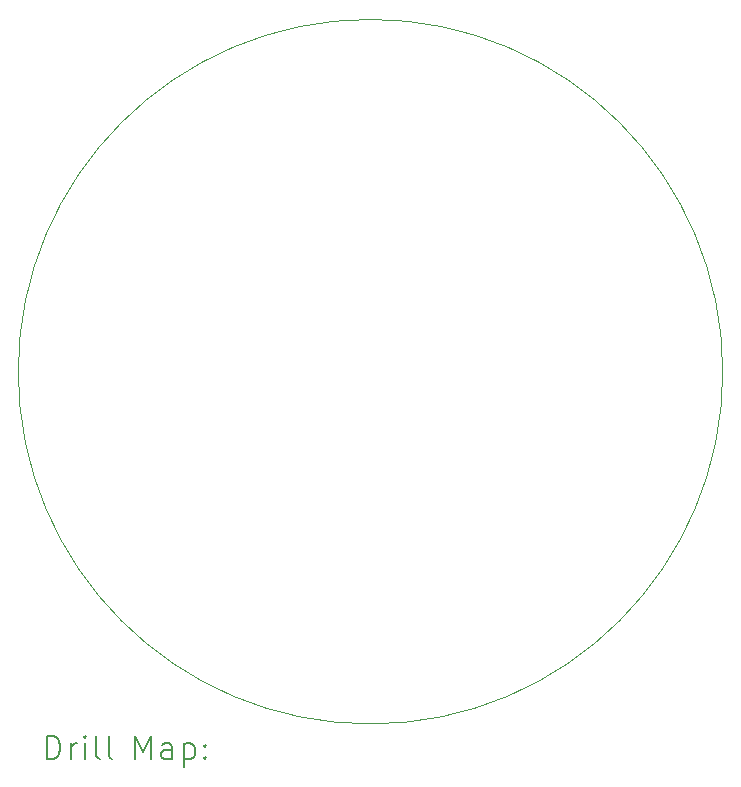
<source format=gbr>
%TF.GenerationSoftware,KiCad,Pcbnew,(6.99.0-2452-gdb4f2d9dd8)*%
%TF.CreationDate,2022-08-02T22:01:31-05:00*%
%TF.ProjectId,TofG,546f6647-2e6b-4696-9361-645f70636258,rev?*%
%TF.SameCoordinates,Original*%
%TF.FileFunction,Drillmap*%
%TF.FilePolarity,Positive*%
%FSLAX45Y45*%
G04 Gerber Fmt 4.5, Leading zero omitted, Abs format (unit mm)*
G04 Created by KiCad (PCBNEW (6.99.0-2452-gdb4f2d9dd8)) date 2022-08-02 22:01:31*
%MOMM*%
%LPD*%
G01*
G04 APERTURE LIST*
%ADD10C,0.100000*%
%ADD11C,0.200000*%
G04 APERTURE END LIST*
D10*
X9932506Y-7842506D02*
G75*
G03*
X9932506Y-7842506I-2982506J0D01*
G01*
D11*
X4210113Y-11123488D02*
X4210113Y-10923488D01*
X4210113Y-10923488D02*
X4257732Y-10923488D01*
X4257732Y-10923488D02*
X4286303Y-10933012D01*
X4286303Y-10933012D02*
X4305351Y-10952060D01*
X4305351Y-10952060D02*
X4314875Y-10971107D01*
X4314875Y-10971107D02*
X4324399Y-11009203D01*
X4324399Y-11009203D02*
X4324399Y-11037774D01*
X4324399Y-11037774D02*
X4314875Y-11075869D01*
X4314875Y-11075869D02*
X4305351Y-11094917D01*
X4305351Y-11094917D02*
X4286303Y-11113964D01*
X4286303Y-11113964D02*
X4257732Y-11123488D01*
X4257732Y-11123488D02*
X4210113Y-11123488D01*
X4410113Y-11123488D02*
X4410113Y-10990155D01*
X4410113Y-11028250D02*
X4419637Y-11009203D01*
X4419637Y-11009203D02*
X4429161Y-10999679D01*
X4429161Y-10999679D02*
X4448208Y-10990155D01*
X4448208Y-10990155D02*
X4467256Y-10990155D01*
X4533922Y-11123488D02*
X4533922Y-10990155D01*
X4533922Y-10923488D02*
X4524399Y-10933012D01*
X4524399Y-10933012D02*
X4533922Y-10942536D01*
X4533922Y-10942536D02*
X4543446Y-10933012D01*
X4543446Y-10933012D02*
X4533922Y-10923488D01*
X4533922Y-10923488D02*
X4533922Y-10942536D01*
X4657732Y-11123488D02*
X4638684Y-11113964D01*
X4638684Y-11113964D02*
X4629161Y-11094917D01*
X4629161Y-11094917D02*
X4629161Y-10923488D01*
X4762494Y-11123488D02*
X4743446Y-11113964D01*
X4743446Y-11113964D02*
X4733922Y-11094917D01*
X4733922Y-11094917D02*
X4733922Y-10923488D01*
X4958684Y-11123488D02*
X4958684Y-10923488D01*
X4958684Y-10923488D02*
X5025351Y-11066345D01*
X5025351Y-11066345D02*
X5092018Y-10923488D01*
X5092018Y-10923488D02*
X5092018Y-11123488D01*
X5272970Y-11123488D02*
X5272970Y-11018726D01*
X5272970Y-11018726D02*
X5263446Y-10999679D01*
X5263446Y-10999679D02*
X5244399Y-10990155D01*
X5244399Y-10990155D02*
X5206303Y-10990155D01*
X5206303Y-10990155D02*
X5187256Y-10999679D01*
X5272970Y-11113964D02*
X5253922Y-11123488D01*
X5253922Y-11123488D02*
X5206303Y-11123488D01*
X5206303Y-11123488D02*
X5187256Y-11113964D01*
X5187256Y-11113964D02*
X5177732Y-11094917D01*
X5177732Y-11094917D02*
X5177732Y-11075869D01*
X5177732Y-11075869D02*
X5187256Y-11056822D01*
X5187256Y-11056822D02*
X5206303Y-11047298D01*
X5206303Y-11047298D02*
X5253922Y-11047298D01*
X5253922Y-11047298D02*
X5272970Y-11037774D01*
X5368208Y-10990155D02*
X5368208Y-11190155D01*
X5368208Y-10999679D02*
X5387256Y-10990155D01*
X5387256Y-10990155D02*
X5425351Y-10990155D01*
X5425351Y-10990155D02*
X5444399Y-10999679D01*
X5444399Y-10999679D02*
X5453922Y-11009203D01*
X5453922Y-11009203D02*
X5463446Y-11028250D01*
X5463446Y-11028250D02*
X5463446Y-11085393D01*
X5463446Y-11085393D02*
X5453922Y-11104441D01*
X5453922Y-11104441D02*
X5444399Y-11113964D01*
X5444399Y-11113964D02*
X5425351Y-11123488D01*
X5425351Y-11123488D02*
X5387256Y-11123488D01*
X5387256Y-11123488D02*
X5368208Y-11113964D01*
X5549161Y-11104441D02*
X5558684Y-11113964D01*
X5558684Y-11113964D02*
X5549161Y-11123488D01*
X5549161Y-11123488D02*
X5539637Y-11113964D01*
X5539637Y-11113964D02*
X5549161Y-11104441D01*
X5549161Y-11104441D02*
X5549161Y-11123488D01*
X5549161Y-10999679D02*
X5558684Y-11009203D01*
X5558684Y-11009203D02*
X5549161Y-11018726D01*
X5549161Y-11018726D02*
X5539637Y-11009203D01*
X5539637Y-11009203D02*
X5549161Y-10999679D01*
X5549161Y-10999679D02*
X5549161Y-11018726D01*
M02*

</source>
